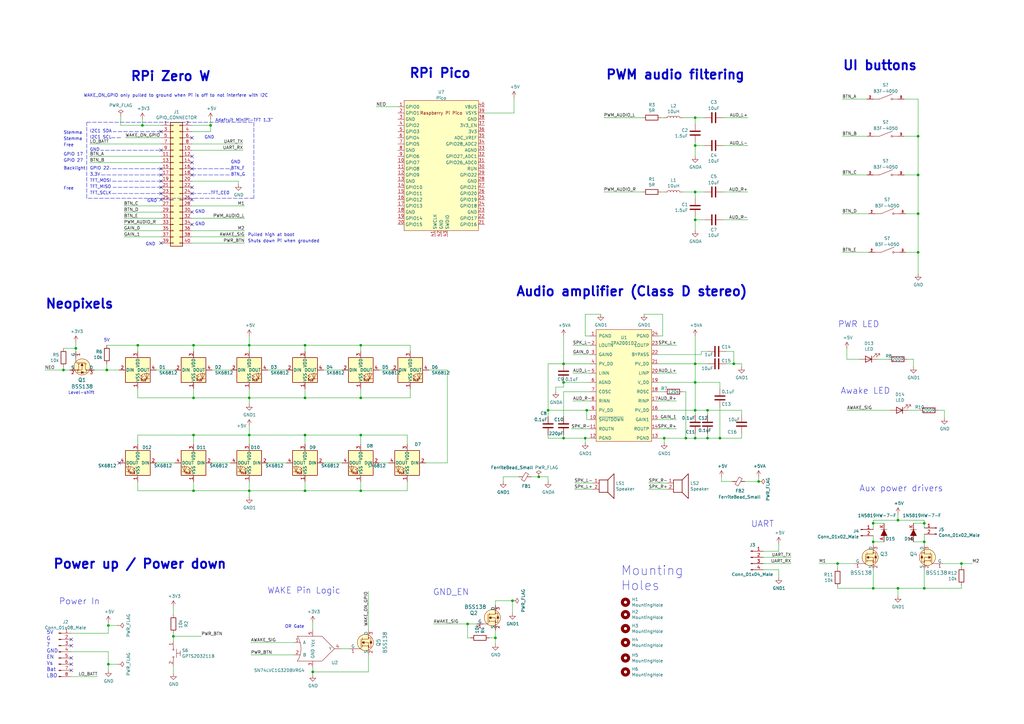
<source format=kicad_sch>
(kicad_sch (version 20211123) (generator eeschema)
  (paper "A3")
  (title_block (title "Raspberry Pi Zero (W) uHAT Template Board") (date "2019-02-28") (rev "1.0") (comment 1 "This Schematic is licensed under MIT Open Source License."))
  (junction (at 125.095 178.435))
  (junction (at 203.2 261.62))
  (junction (at 125.095 163.195))
  (junction (at 285.115 78.74))
  (junction (at 147.955 201.295))
  (junction (at 102.235 201.295))
  (junction (at 290.195 168.275))
  (junction (at 285.115 149.225))
  (junction (at 379.095 222.25))
  (junction (at 240.665 168.275))
  (junction (at 376.555 87.63))
  (junction (at 191.77 255.905))
  (junction (at 125.095 201.295))
  (junction (at 285.115 59.69))
  (junction (at 379.095 214.63))
  (junction (at 358.14 222.25))
  (junction (at 379.095 241.3))
  (junction (at 31.115 142.875))
  (junction (at 125.095 141.605))
  (junction (at 147.955 141.605))
  (junction (at 220.98 195.58))
  (junction (at 79.375 201.295))
  (junction (at 290.195 179.705))
  (junction (at 285.115 168.275))
  (junction (at 358.14 214.63))
  (junction (at 231.14 149.225))
  (junction (at 295.275 179.705))
  (junction (at 79.375 178.435))
  (junction (at 210.185 246.38))
  (junction (at 368.3 241.3))
  (junction (at 376.555 103.505))
  (junction (at 58.42 51.435))
  (junction (at 44.45 272.415))
  (junction (at 343.535 231.14))
  (junction (at 281.305 179.705))
  (junction (at 285.115 48.26))
  (junction (at 231.14 156.845))
  (junction (at 311.15 197.485))
  (junction (at 300.99 149.225))
  (junction (at 358.14 241.3))
  (junction (at 147.955 178.435))
  (junction (at 102.235 141.605))
  (junction (at 102.235 178.435))
  (junction (at 56.515 141.605))
  (junction (at 240.03 179.705))
  (junction (at 102.235 163.195))
  (junction (at 376.555 71.755))
  (junction (at 86.36 51.435))
  (junction (at 44.45 256.54))
  (junction (at 224.79 168.275))
  (junction (at 79.375 163.195))
  (junction (at 285.115 156.845))
  (junction (at 128.27 275.59))
  (junction (at 272.415 179.705))
  (junction (at 71.12 260.985))
  (junction (at 368.3 213.36))
  (junction (at 394.335 231.14))
  (junction (at 376.555 55.88))
  (junction (at 43.815 151.765))
  (junction (at 231.14 179.705))
  (junction (at 147.955 163.195))
  (junction (at 26.035 151.765))
  (junction (at 285.115 179.705))
  (junction (at 285.115 90.17))
  (junction (at 79.375 141.605))
  (no_connect (at 66.04 74.295))
  (no_connect (at 66.04 99.695))
  (no_connect (at 29.21 262.255))
  (no_connect (at 66.04 61.595))
  (no_connect (at 66.04 79.375))
  (no_connect (at 29.21 264.795))
  (no_connect (at 66.04 76.835))
  (no_connect (at 66.04 69.215))
  (no_connect (at 78.74 64.135))
  (no_connect (at 78.74 71.755))
  (no_connect (at 78.74 81.915))
  (no_connect (at -119.38 125.095))
  (no_connect (at 78.74 76.835))
  (no_connect (at 78.74 56.515))
  (no_connect (at 78.74 66.675))
  (no_connect (at 29.21 269.875))
  (no_connect (at 29.21 274.955))
  (no_connect (at 29.21 272.415))
  (no_connect (at 66.04 81.915))
  (no_connect (at 66.04 71.755))
  (no_connect (at 78.74 86.995))
  (no_connect (at 66.04 53.975))
  (no_connect (at 78.74 92.075))
  (no_connect (at 48.895 189.865))
  (no_connect (at 78.74 79.375))
  (no_connect (at 78.74 69.215))
  (wire (pts (xy 102.235 163.195) (xy 102.235 159.385)))
  (wire (pts (xy 79.375 178.435) (xy 79.375 182.245)))
  (wire (pts (xy 319.405 222.885) (xy 319.405 226.06)))
  (wire (pts (xy 66.04 84.455) (xy 50.8 84.455)))
  (wire (pts (xy 125.095 163.195) (xy 125.095 159.385)))
  (wire (pts (xy 281.305 160.655) (xy 281.305 179.705)))
  (wire (pts (xy 358.14 222.25) (xy 358.14 223.52)))
  (wire (pts (xy 376.555 71.755) (xy 376.555 87.63)))
  (wire (pts (xy 240.665 168.275) (xy 224.79 168.275)))
  (wire (pts (xy 50.8 94.615) (xy 66.04 94.615)))
  (wire (pts (xy 44.45 259.715) (xy 29.21 259.715)))
  (wire (pts (xy 210.82 40.005) (xy 210.82 46.355)))
  (wire (pts (xy 376.555 87.63) (xy 371.475 87.63)))
  (wire (pts (xy 285.115 137.795) (xy 285.115 149.225)))
  (wire (pts (xy 51.435 56.515) (xy 66.04 56.515)))
  (wire (pts (xy 285.115 90.17) (xy 285.115 88.9)))
  (wire (pts (xy 154.305 43.815) (xy 163.195 43.815)))
  (wire (pts (xy 231.14 160.655) (xy 231.14 170.815)))
  (wire (pts (xy 246.38 128.905) (xy 240.03 128.905)))
  (wire (pts (xy 78.74 59.055) (xy 99.695 59.055)))
  (wire (pts (xy 102.235 201.295) (xy 102.235 197.485)))
  (wire (pts (xy 224.79 149.225) (xy 231.14 149.225)))
  (wire (pts (xy 234.315 175.895) (xy 241.935 175.895)))
  (wire (pts (xy 335.915 231.14) (xy 343.535 231.14)))
  (wire (pts (xy 368.3 210.82) (xy 368.3 213.36)))
  (wire (pts (xy 234.95 145.415) (xy 241.935 145.415)))
  (wire (pts (xy 368.3 241.3) (xy 358.14 241.3)))
  (wire (pts (xy 264.16 128.905) (xy 271.78 128.905)))
  (wire (pts (xy 272.415 160.655) (xy 269.875 160.655)))
  (wire (pts (xy 203.2 261.62) (xy 203.2 264.16)))
  (wire (pts (xy 287.655 144.145) (xy 287.655 145.415)))
  (wire (pts (xy 376.555 87.63) (xy 376.555 103.505)))
  (wire (pts (xy 300.355 197.485) (xy 295.91 197.485)))
  (wire (pts (xy 78.74 53.975) (xy 86.36 53.975)))
  (wire (pts (xy 368.3 244.475) (xy 368.3 241.3)))
  (wire (pts (xy 247.65 48.26) (xy 263.525 48.26)))
  (polyline (pts (xy 78.74 79.375) (xy 86.36 79.375)))
  (wire (pts (xy 71.12 260.985) (xy 71.12 262.89)))
  (wire (pts (xy 78.74 99.695) (xy 100.33 99.695)))
  (wire (pts (xy 44.45 272.415) (xy 44.45 274.955)))
  (wire (pts (xy 300.99 149.225) (xy 300.99 144.145)))
  (wire (pts (xy 43.815 151.765) (xy 48.895 151.765)))
  (wire (pts (xy 58.42 51.435) (xy 66.04 51.435)))
  (wire (pts (xy 175.895 151.765) (xy 183.515 151.765)))
  (wire (pts (xy 147.955 163.195) (xy 147.955 159.385)))
  (wire (pts (xy 147.955 201.295) (xy 167.005 201.295)))
  (wire (pts (xy 203.2 258.445) (xy 203.2 261.62)))
  (wire (pts (xy 240.03 179.705) (xy 241.935 179.705)))
  (wire (pts (xy 100.33 97.155) (xy 78.74 97.155)))
  (wire (pts (xy 231.14 178.435) (xy 231.14 179.705)))
  (wire (pts (xy 290.195 179.705) (xy 290.195 177.8)))
  (polyline (pts (xy 78.74 69.215) (xy 94.615 69.215)))
  (wire (pts (xy 235.585 200.66) (xy 243.205 200.66)))
  (wire (pts (xy 345.44 103.505) (xy 356.235 103.505)))
  (wire (pts (xy 224.79 179.705) (xy 231.14 179.705)))
  (wire (pts (xy 285.115 59.69) (xy 285.115 58.42)))
  (wire (pts (xy 191.77 255.905) (xy 191.77 261.62)))
  (wire (pts (xy 50.8 86.995) (xy 66.04 86.995)))
  (wire (pts (xy 168.275 141.605) (xy 147.955 141.605)))
  (wire (pts (xy 56.515 163.195) (xy 79.375 163.195)))
  (wire (pts (xy 220.98 195.58) (xy 224.79 195.58)))
  (wire (pts (xy 231.14 149.225) (xy 241.935 149.225)))
  (wire (pts (xy 394.335 231.14) (xy 386.715 231.14)))
  (wire (pts (xy 198.755 46.355) (xy 210.82 46.355)))
  (wire (pts (xy 347.345 147.32) (xy 352.425 147.32)))
  (polyline (pts (xy 66.04 76.835) (xy 46.355 76.835)))
  (wire (pts (xy 168.275 144.145) (xy 168.275 141.605)))
  (wire (pts (xy 374.65 214.63) (xy 379.095 214.63)))
  (wire (pts (xy 224.79 195.58) (xy 224.79 197.485)))
  (wire (pts (xy 235.585 198.12) (xy 243.205 198.12)))
  (wire (pts (xy 66.04 92.075) (xy 50.8 92.075)))
  (wire (pts (xy 100.33 94.615) (xy 78.74 94.615)))
  (wire (pts (xy 71.12 259.715) (xy 71.12 260.985)))
  (wire (pts (xy 224.79 168.275) (xy 224.79 149.225)))
  (wire (pts (xy 398.78 231.14) (xy 394.335 231.14)))
  (wire (pts (xy 64.135 189.865) (xy 71.755 189.865)))
  (wire (pts (xy 379.095 213.36) (xy 379.095 214.63)))
  (wire (pts (xy 128.27 275.59) (xy 128.27 276.86)))
  (wire (pts (xy 43.815 149.225) (xy 43.815 151.765)))
  (wire (pts (xy 78.74 51.435) (xy 86.36 51.435)))
  (wire (pts (xy 155.575 151.765) (xy 160.655 151.765)))
  (polyline (pts (xy 66.04 74.295) (xy 45.72 74.295)))
  (wire (pts (xy 240.665 172.085) (xy 241.935 172.085)))
  (wire (pts (xy 56.515 178.435) (xy 56.515 182.245)))
  (wire (pts (xy 234.95 141.605) (xy 241.935 141.605)))
  (wire (pts (xy 240.665 168.275) (xy 240.665 172.085)))
  (wire (pts (xy 285.115 156.845) (xy 285.115 168.275)))
  (wire (pts (xy 210.185 246.38) (xy 203.2 246.38)))
  (wire (pts (xy 269.875 168.275) (xy 285.115 168.275)))
  (wire (pts (xy 368.3 213.36) (xy 358.14 213.36)))
  (wire (pts (xy 277.495 175.895) (xy 269.875 175.895)))
  (wire (pts (xy 295.275 179.705) (xy 290.195 179.705)))
  (wire (pts (xy 296.545 48.26) (xy 306.705 48.26)))
  (wire (pts (xy 290.195 168.275) (xy 290.195 170.18)))
  (wire (pts (xy 379.095 219.075) (xy 379.095 222.25)))
  (polyline (pts (xy 49.53 56.515) (xy 45.72 56.515)))
  (wire (pts (xy 143.51 266.065) (xy 139.7 266.065)))
  (wire (pts (xy 387.35 168.275) (xy 384.81 168.275)))
  (wire (pts (xy 64.135 151.765) (xy 71.755 151.765)))
  (wire (pts (xy 125.095 201.295) (xy 147.955 201.295)))
  (wire (pts (xy 71.12 260.985) (xy 82.55 260.985)))
  (wire (pts (xy 43.815 141.605) (xy 56.515 141.605)))
  (wire (pts (xy 44.45 255.27) (xy 44.45 256.54)))
  (wire (pts (xy 285.115 64.135) (xy 285.115 59.69)))
  (wire (pts (xy 281.305 179.705) (xy 285.115 179.705)))
  (wire (pts (xy 234.95 164.465) (xy 241.935 164.465)))
  (wire (pts (xy 125.095 178.435) (xy 125.095 182.245)))
  (wire (pts (xy 56.515 141.605) (xy 79.375 141.605)))
  (wire (pts (xy 269.875 149.225) (xy 285.115 149.225)))
  (wire (pts (xy 394.335 241.3) (xy 379.095 241.3)))
  (wire (pts (xy 102.235 165.735) (xy 102.235 163.195)))
  (wire (pts (xy 240.03 181.61) (xy 240.03 179.705)))
  (wire (pts (xy 151.13 242.57) (xy 151.13 258.445)))
  (wire (pts (xy 285.115 168.275) (xy 285.115 170.18)))
  (polyline (pts (xy 78.74 71.755) (xy 94.615 71.755)))
  (wire (pts (xy 305.435 197.485) (xy 311.15 197.485)))
  (wire (pts (xy 102.235 201.295) (xy 125.095 201.295)))
  (wire (pts (xy 345.44 71.755) (xy 355.6 71.755)))
  (wire (pts (xy 296.545 59.69) (xy 306.705 59.69)))
  (wire (pts (xy 376.555 103.505) (xy 371.475 103.505)))
  (wire (pts (xy 38.735 151.765) (xy 43.815 151.765)))
  (wire (pts (xy 288.925 48.26) (xy 285.115 48.26)))
  (wire (pts (xy 271.145 78.74) (xy 272.415 78.74)))
  (wire (pts (xy 26.035 151.765) (xy 28.575 151.765)))
  (wire (pts (xy 394.335 240.03) (xy 394.335 241.3)))
  (wire (pts (xy 285.115 94.615) (xy 285.115 90.17)))
  (wire (pts (xy 128.27 258.445) (xy 128.27 255.27)))
  (wire (pts (xy 66.04 66.675) (xy 36.83 66.675)))
  (wire (pts (xy 102.235 163.195) (xy 125.095 163.195)))
  (wire (pts (xy 280.035 48.26) (xy 285.115 48.26)))
  (wire (pts (xy 374.65 222.25) (xy 379.095 222.25)))
  (wire (pts (xy 347.345 142.875) (xy 347.345 147.32)))
  (wire (pts (xy 79.375 163.195) (xy 102.235 163.195)))
  (wire (pts (xy 191.77 255.905) (xy 195.58 255.905)))
  (wire (pts (xy 266.065 198.12) (xy 273.685 198.12)))
  (wire (pts (xy 343.535 233.045) (xy 343.535 231.14)))
  (wire (pts (xy 102.235 137.795) (xy 102.235 141.605)))
  (wire (pts (xy 379.095 214.63) (xy 379.095 216.535)))
  (wire (pts (xy 48.26 272.415) (xy 44.45 272.415)))
  (wire (pts (xy 147.955 201.295) (xy 147.955 197.485)))
  (wire (pts (xy 56.515 201.295) (xy 79.375 201.295)))
  (wire (pts (xy 183.515 189.865) (xy 174.625 189.865)))
  (wire (pts (xy 271.145 48.26) (xy 272.415 48.26)))
  (wire (pts (xy 288.925 78.74) (xy 285.115 78.74)))
  (wire (pts (xy 272.415 181.61) (xy 272.415 179.705)))
  (wire (pts (xy 313.055 233.68) (xy 319.405 233.68)))
  (wire (pts (xy 360.045 147.32) (xy 364.49 147.32)))
  (wire (pts (xy 304.165 150.495) (xy 304.165 149.225)))
  (wire (pts (xy 167.005 182.245) (xy 167.005 178.435)))
  (wire (pts (xy 379.095 233.68) (xy 379.095 241.3)))
  (wire (pts (xy 102.87 268.605) (xy 120.65 268.605)))
  (wire (pts (xy 277.495 172.085) (xy 269.875 172.085)))
  (wire (pts (xy 376.555 55.88) (xy 376.555 71.755)))
  (wire (pts (xy 125.095 178.435) (xy 147.955 178.435)))
  (wire (pts (xy 376.555 55.88) (xy 370.84 55.88)))
  (polyline (pts (xy 35.56 81.28) (xy 35.56 50.165)))
  (wire (pts (xy 285.115 179.705) (xy 290.195 179.705)))
  (polyline (pts (xy 65.405 61.595) (xy 41.275 61.595)))
  (wire (pts (xy 374.65 147.32) (xy 372.11 147.32)))
  (wire (pts (xy 224.79 170.815) (xy 224.79 168.275)))
  (wire (pts (xy 56.515 197.485) (xy 56.515 201.295)))
  (wire (pts (xy 86.995 189.865) (xy 94.615 189.865)))
  (wire (pts (xy 217.805 195.58) (xy 220.98 195.58)))
  (wire (pts (xy 79.375 178.435) (xy 102.235 178.435)))
  (wire (pts (xy 287.655 145.415) (xy 269.875 145.415)))
  (wire (pts (xy 183.515 151.765) (xy 183.515 189.865)))
  (wire (pts (xy 58.42 48.895) (xy 58.42 51.435)))
  (wire (pts (xy 227.965 158.75) (xy 231.14 158.75)))
  (wire (pts (xy 36.83 59.055) (xy 66.04 59.055)))
  (wire (pts (xy 167.005 178.435) (xy 147.955 178.435)))
  (wire (pts (xy 79.375 141.605) (xy 79.375 144.145)))
  (polyline (pts (xy 104.14 50.165) (xy 104.14 81.28)))
  (wire (pts (xy 44.45 267.335) (xy 44.45 272.415)))
  (wire (pts (xy 376.555 40.64) (xy 376.555 55.88)))
  (wire (pts (xy 324.485 231.14) (xy 313.055 231.14)))
  (wire (pts (xy 295.275 167.005) (xy 295.275 179.705)))
  (wire (pts (xy 56.515 144.145) (xy 56.515 141.605)))
  (wire (pts (xy 125.095 163.195) (xy 147.955 163.195)))
  (wire (pts (xy 78.74 89.535) (xy 100.33 89.535)))
  (wire (pts (xy 269.875 156.845) (xy 285.115 156.845)))
  (wire (pts (xy 159.385 189.865) (xy 155.575 189.865)))
  (wire (pts (xy 281.305 160.655) (xy 280.035 160.655)))
  (wire (pts (xy 206.375 197.485) (xy 206.375 195.58)))
  (wire (pts (xy 102.87 263.525) (xy 120.65 263.525)))
  (polyline (pts (xy 66.04 69.215) (xy 45.085 69.215)))
  (wire (pts (xy 224.79 178.435) (xy 224.79 179.705)))
  (wire (pts (xy 271.78 137.795) (xy 269.875 137.795)))
  (polyline (pts (xy 94.615 69.215) (xy 94.615 69.85)))
  (wire (pts (xy 362.585 222.25) (xy 358.14 222.25)))
  (wire (pts (xy 66.04 89.535) (xy 50.8 89.535)))
  (wire (pts (xy 50.8 97.155) (xy 66.04 97.155)))
  (wire (pts (xy 277.495 153.035) (xy 269.875 153.035)))
  (wire (pts (xy 231.14 179.705) (xy 240.03 179.705)))
  (wire (pts (xy 295.275 156.845) (xy 295.275 159.385)))
  (wire (pts (xy 319.405 226.06) (xy 313.055 226.06)))
  (wire (pts (xy 48.26 256.54) (xy 44.45 256.54)))
  (wire (pts (xy 86.995 151.765) (xy 94.615 151.765)))
  (wire (pts (xy 147.955 141.605) (xy 147.955 144.145)))
  (wire (pts (xy 345.44 40.64) (xy 355.6 40.64)))
  (wire (pts (xy 206.375 195.58) (xy 212.725 195.58)))
  (wire (pts (xy 272.415 179.705) (xy 269.875 179.705)))
  (wire (pts (xy 277.495 164.465) (xy 269.875 164.465)))
  (wire (pts (xy 343.535 240.665) (xy 343.535 241.3)))
  (wire (pts (xy 290.195 149.225) (xy 285.115 149.225)))
  (wire (pts (xy 285.115 177.8) (xy 285.115 179.705)))
  (wire (pts (xy 304.165 168.275) (xy 304.165 170.18)))
  (wire (pts (xy 304.165 179.705) (xy 295.275 179.705)))
  (wire (pts (xy 44.45 256.54) (xy 44.45 259.715)))
  (wire (pts (xy 100.33 84.455) (xy 78.74 84.455)))
  (wire (pts (xy 379.095 222.25) (xy 379.095 223.52)))
  (wire (pts (xy 241.935 160.655) (xy 231.14 160.655)))
  (wire (pts (xy 231.14 158.75) (xy 231.14 156.845)))
  (wire (pts (xy 26.035 142.875) (xy 31.115 142.875)))
  (wire (pts (xy 358.14 214.63) (xy 358.14 217.17)))
  (wire (pts (xy 345.44 55.88) (xy 355.6 55.88)))
  (wire (pts (xy 241.935 168.275) (xy 240.665 168.275)))
  (wire (pts (xy 376.555 103.505) (xy 376.555 112.395)))
  (wire (pts (xy 168.275 163.195) (xy 168.275 159.385)))
  (wire (pts (xy 272.415 179.705) (xy 281.305 179.705)))
  (wire (pts (xy 376.555 40.64) (xy 370.84 40.64)))
  (polyline (pts (xy 66.04 53.975) (xy 46.355 53.975)))
  (wire (pts (xy 18.415 151.765) (xy 26.035 151.765)))
  (wire (pts (xy 288.925 59.69) (xy 285.115 59.69)))
  (wire (pts (xy 203.2 246.38) (xy 203.2 248.285)))
  (wire (pts (xy 394.335 232.41) (xy 394.335 231.14)))
  (wire (pts (xy 79.375 201.295) (xy 102.235 201.295)))
  (wire (pts (xy 290.195 144.145) (xy 287.655 144.145)))
  (wire (pts (xy 49.53 47.625) (xy 49.53 51.435)))
  (wire (pts (xy 285.115 48.26) (xy 285.115 50.8)))
  (wire (pts (xy 31.115 142.875) (xy 31.115 144.145)))
  (wire (pts (xy 109.855 151.765) (xy 117.475 151.765)))
  (wire (pts (xy 40.005 277.495) (xy 29.21 277.495)))
  (wire (pts (xy 56.515 178.435) (xy 79.375 178.435)))
  (wire (pts (xy 79.375 201.295) (xy 79.375 197.485)))
  (wire (pts (xy 31.115 140.335) (xy 31.115 142.875)))
  (wire (pts (xy 304.165 177.8) (xy 304.165 179.705)))
  (wire (pts (xy 296.545 90.17) (xy 306.705 90.17)))
  (wire (pts (xy 231.14 137.795) (xy 231.14 149.225)))
  (wire (pts (xy 102.235 141.605) (xy 102.235 144.145)))
  (wire (pts (xy 36.83 64.135) (xy 66.04 64.135)))
  (wire (pts (xy 300.99 144.145) (xy 297.815 144.145)))
  (wire (pts (xy 151.13 268.605) (xy 151.13 275.59)))
  (wire (pts (xy 280.035 78.74) (xy 285.115 78.74)))
  (wire (pts (xy 227.965 160.655) (xy 227.965 158.75)))
  (wire (pts (xy 102.235 141.605) (xy 125.095 141.605)))
  (wire (pts (xy 296.545 78.74) (xy 306.705 78.74)))
  (wire (pts (xy 358.14 219.71) (xy 358.14 222.25)))
  (polyline (pts (xy 104.14 81.28) (xy 35.56 81.28)))
  (polyline (pts (xy 66.04 71.755) (xy 41.275 71.755)))
  (wire (pts (xy 78.74 74.295) (xy 97.79 74.295)))
  (wire (pts (xy 285.115 78.74) (xy 285.115 81.28)))
  (wire (pts (xy 78.74 61.595) (xy 99.695 61.595)))
  (wire (pts (xy 203.2 261.62) (xy 200.66 261.62)))
  (wire (pts (xy 140.335 189.865) (xy 132.715 189.865)))
  (wire (pts (xy 358.14 241.3) (xy 358.14 233.68)))
  (wire (pts (xy 49.53 51.435) (xy 58.42 51.435)))
  (wire (pts (xy 117.475 189.865) (xy 109.855 189.865)))
  (wire (pts (xy 26.035 150.495) (xy 26.035 151.765)))
  (wire (pts (xy 147.955 163.195) (xy 168.275 163.195)))
  (wire (pts (xy 347.345 168.275) (xy 365.125 168.275)))
  (wire (pts (xy 285.115 168.275) (xy 290.195 168.275)))
  (wire (pts (xy 247.65 78.74) (xy 263.525 78.74)))
  (wire (pts (xy 79.375 141.605) (xy 102.235 141.605)))
  (wire (pts (xy 71.12 276.225) (xy 71.12 273.05)))
  (wire (pts (xy 290.195 168.275) (xy 304.165 168.275)))
  (wire (pts (xy 79.375 163.195) (xy 79.375 159.385)))
  (wire (pts (xy 343.535 241.3) (xy 358.14 241.3)))
  (wire (pts (xy 147.955 178.435) (xy 147.955 182.245)))
  (wire (pts (xy 362.585 214.63) (xy 358.14 214.63)))
  (wire (pts (xy 86.36 48.895) (xy 86.36 51.435)))
  (wire (pts (xy 372.745 168.275) (xy 377.19 168.275)))
  (wire (pts (xy 277.495 141.605) (xy 269.875 141.605)))
  (wire (pts (xy 285.115 156.845) (xy 285.115 149.225)))
  (wire (pts (xy 374.65 147.32) (xy 374.65 150.495)))
  (polyline (pts (xy 35.56 50.165) (xy 104.14 50.165)))
  (wire (pts (xy 295.91 197.485) (xy 295.91 195.58)))
  (wire (pts (xy 240.03 137.795) (xy 241.935 137.795)))
  (wire (pts (xy 266.065 200.66) (xy 273.685 200.66)))
  (wire (pts (xy 345.44 87.63) (xy 356.235 87.63)))
  (wire (pts (xy 151.13 275.59) (xy 128.27 275.59)))
  (wire (pts (xy 167.005 201.295) (xy 167.005 197.485)))
  (wire (pts (xy 358.14 213.36) (xy 358.14 214.63)))
  (wire (pts (xy 311.15 197.485) (xy 311.15 195.58)))
  (wire (pts (xy 300.99 149.225) (xy 297.815 149.225)))
  (wire (pts (xy 379.095 241.3) (xy 368.3 241.3)))
  (wire (pts (xy 177.8 255.905) (xy 191.77 255.905)))
  (wire (pts (xy 128.27 273.685) (xy 128.27 275.59)))
  (wire (pts (xy 132.715 151.765) (xy 140.335 151.765)))
  (wire (pts (xy 102.235 203.835) (xy 102.235 201.295)))
  (polyline (pts (xy 66.04 79.375) (xy 45.72 79.375)))
  (wire (pts (xy 387.35 168.275) (xy 387.35 171.45)))
  (wire (pts (xy 376.555 71.755) (xy 370.84 71.755)))
  (wire (pts (xy 319.405 233.68) (xy 319.405 236.855)))
  (wire (pts (xy 193.04 261.62) (xy 191.77 261.62)))
  (wire (pts (xy 240.03 128.905) (xy 240.03 137.795)))
  (wire (pts (xy 44.45 267.335) (xy 29.21 267.335)))
  (wire (pts (xy 56.515 159.385) (xy 56.515 163.195)))
  (wire (pts (xy 97.79 74.295) (xy 97.79 75.565)))
  (wire (pts (xy 86.36 53.975) (xy 86.36 51.435)))
  (wire (pts (xy 271.78 128.905) (xy 271.78 137.795)))
  (wire (pts (xy 234.95 153.035) (xy 241.935 153.035)))
  (wire (pts (xy 102.235 178.435) (xy 102.235 182.245)))
  (wire (pts (xy 324.485 228.6) (xy 313.055 228.6)))
  (wire (pts (xy 102.235 178.435) (xy 125.095 178.435)))
  (wire (pts (xy 304.165 149.225) (xy 300.99 149.225)))
  (wire (pts (xy 241.935 156.845) (xy 231.14 156.845)))
  (wire (pts (xy 343.535 231.14) (xy 350.52 231.14)))
  (wire (pts (xy 125.095 201.295) (xy 125.095 197.485)))
  (wire (pts (xy 125.095 141.605) (xy 147.955 141.605)))
  (wire (pts (xy 368.3 213.36) (xy 379.095 213.36)))
  (wire (pts (xy 71.12 248.92) (xy 71.12 252.095)))
  (wire (pts (xy 102.235 174.625) (xy 102.235 178.435)))
  (wire (pts (xy 210.185 251.46) (xy 210.185 246.38)))
  (wire (pts (xy 288.925 90.17) (xy 285.115 90.17)))
  (wire (pts (xy 285.115 156.845) (xy 295.275 156.845)))
  (wire (pts (xy 125.095 141.605) (xy 125.095 144.145)))
  (text "5V" (at 19.05 260.35 0) (effects (font (size 1.4986 1.4986)) (justify left bottom)))
  (text "WAKE_ON_GPIO only pulled to ground when Pi is off to not interfere with I2C" (at 34.29 40.005 0) (effects (font (size 1.27 1.27)) (justify left bottom)))
  (text "Free" (at 26.035 78.105 0) (effects (font (size 1.27 1.27)) (justify left bottom)))
  (text "Power up / Power down" (at 21.59 233.68 0) (effects (font (size 3.81 3.81) (thickness 0.762) bold) (justify left bottom)))
  (text "UART" (at 317.5 216.535 180) (effects (font (size 2.54 2.54)) (justify right bottom)))
  (text "?" (at 19.05 265.43 0) (effects (font (size 1.4986 1.4986)) (justify left bottom)))
  (text "3.3V" (at 36.83 72.39 0) (effects (font (size 1.27 1.27)) (justify left bottom)))
  (text "G" (at 19.05 262.89 0) (effects (font (size 1.4986 1.4986)) (justify left bottom)))
  (text "OR Gate" (at 116.84 257.81 0) (effects (font (size 1.27 1.27)) (justify left bottom)))
  (text "I2C1 SDA" (at 36.83 54.61 0) (effects (font (size 1.27 1.27)) (justify left bottom)))
  (text "GND" (at 94.615 67.31 0) (effects (font (size 1.27 1.27)) (justify left bottom)))
  (text "Awake LED" (at 365.125 161.925 180) (effects (font (size 2.54 2.54)) (justify right bottom)))
  (text "Free" (at 26.035 60.325 0) (effects (font (size 1.27 1.27)) (justify left bottom)))
  (text "UI buttons" (at 345.44 29.21 0) (effects (font (size 3.81 3.81) (thickness 0.762) bold) (justify left bottom)))
  (text "Audio amplifier (Class D stereo)" (at 211.455 121.92 0) (effects (font (size 3.81 3.81) (thickness 0.762) bold) (justify left bottom)))
  (text "LBO" (at 19.05 278.13 0) (effects (font (size 1.4986 1.4986)) (justify left bottom)))
  (text "TFT_CE0" (at 86.36 80.01 0) (effects (font (size 1.27 1.27)) (justify left bottom)))
  (text "Pulled high at boot" (at 101.6 97.155 0) (effects (font (size 1.27 1.27)) (justify left bottom)))
  (text "Shuts down Pi when grounded" (at 101.6 99.695 0) (effects (font (size 1.27 1.27)) (justify left bottom)))
  (text "Power In" (at 24.13 248.285 0) (effects (font (size 2.54 2.54)) (justify left bottom)))
  (text "Vs" (at 19.05 273.05 0) (effects (font (size 1.4986 1.4986)) (justify left bottom)))
  (text "Stemma" (at 26.035 55.245 0) (effects (font (size 1.27 1.27)) (justify left bottom)))
  (text "GND" (at 59.69 100.965 0) (effects (font (size 1.27 1.27)) (justify left bottom)))
  (text "RPi Pico" (at 167.64 32.385 0) (effects (font (size 3.81 3.81) (thickness 0.762) bold) (justify left bottom)))
  (text "BTN_G" (at 94.615 72.39 0) (effects (font (size 1.27 1.27)) (justify left bottom)))
  (text "TFT_MISO" (at 36.83 77.47 0) (effects (font (size 1.27 1.27)) (justify left bottom)))
  (text "I2C1 SCL" (at 36.83 57.15 0) (effects (font (size 1.27 1.27)) (justify left bottom)))
  (text "Backlight" (at 26.035 69.85 0) (effects (font (size 1.27 1.27)) (justify left bottom)))
  (text "EN" (at 19.05 270.51 0) (effects (font (size 1.4986 1.4986)) (justify left bottom)))
  (text "GND" (at 83.82 57.15 0) (effects (font (size 1.27 1.27)) (justify left bottom)))
  (text "Power / grounding strategy: \n- GND1 is disconnected when Pi turns off, to save power\n- Pi is powered off via GPIO21 (pin 40). PWR_BTN connects directly to this\n- Pi wakes up via grounding of GPIO3 (pin 5)\n- GPIO3 is protected from being pulled down when Pi is on by OR\n- GNDA is connected to GND1 via single point" (at 167.005 332.74 0) (effects (font (size 2.54 2.54)) (justify left bottom)))
  (text "GND_EN" (at 192.405 244.475 180) (effects (font (size 2.54 2.54)) (justify right bottom)))
  (text "5V" (at 42.545 140.335 0) (effects (font (size 1.27 1.27)) (justify left bottom)))
  (text "PWM audio filtering\n" (at 248.285 33.02 0) (effects (font (size 3.81 3.81) (thickness 0.762) bold) (justify left bottom)))
  (text "GND" (at 60.325 83.185 0) (effects (font (size 1.27 1.27)) (justify left bottom)))
  (text "Bat" (at 19.05 275.59 0) (effects (font (size 1.4986 1.4986)) (justify left bottom)))
  (text "GND" (at 80.01 92.71 0) (effects (font (size 1.27 1.27)) (justify left bottom)))
  (text "TFT_MOSI" (at 36.83 74.93 0) (effects (font (size 1.27 1.27)) (justify left bottom)))
  (text "PWR LED" (at 360.68 134.62 180) (effects (font (size 2.54 2.54)) (justify right bottom)))
  (text "Neopixels" (at 18.415 127 0) (effects (font (size 3.81 3.81) (thickness 0.762) bold) (justify left bottom)))
  (text "Ideas for programs:\n- Music player (tracks in file?)\n- Story player (tracks in file?)\n- Rainbow maker (Kid controls RGB LEDs manually. state is saved)\n- Memory game (like simon says game)\n- Quiz questions (from parental input)\n- Calendar\n- Weather\n- Python video games w/ buttons\n- Motor driver output\n- Programmable current source for science experiments" (at 9.525 351.79 0) (effects (font (size 2.4892 2.4892)) (justify left bottom)))
  (text "BTN_F" (at 94.615 69.85 0) (effects (font (size 1.27 1.27)) (justify left bottom)))
  (text "GND" (at 80.01 87.63 0) (effects (font (size 1.27 1.27)) (justify left bottom)))
  (text "RPi Zero W" (at 53.34 33.655 0) (effects (font (size 3.81 3.81) (thickness 0.762) bold) (justify left bottom)))
  (text "GPIO 27" (at 26.035 66.675 0) (effects (font (size 1.27 1.27)) (justify left bottom)))
  (text "TFT_SCLK" (at 36.83 80.01 0) (effects (font (size 1.27 1.27)) (justify left bottom)))
  (text "GPIO 22" (at 36.83 69.85 0) (effects (font (size 1.27 1.27)) (justify left bottom)))
  (text "Aux power drivers" (at 352.425 201.93 0) (effects (font (size 2.54 2.54)) (justify left bottom)))
  (text "GND" (at 19.05 267.97 0) (effects (font (size 1.4986 1.4986)) (justify left bottom)))
  (text "Mounting\nHoles" (at 254.635 242.57 0) (effects (font (size 3.81 3.81)) (justify left bottom)))
  (text "Stemma" (at 26.035 57.785 0) (effects (font (size 1.27 1.27)) (justify left bottom)))
  (text "WAKE Pin Logic" (at 139.7 243.84 180) (effects (font (size 2.54 2.54)) (justify right bottom)))
  (text "GND" (at 36.83 62.23 0) (effects (font (size 1.27 1.27)) (justify left bottom)))
  (text "Level-shift" (at 27.94 161.925 0) (effects (font (size 1.27 1.27)) (justify left bottom)))
  (text "Adafruit MiniPi-TFT 1.3”" (at 88.265 50.165 0) (effects (font (size 1.27 1.27)) (justify left bottom)))
  (text "GPIO 17" (at 26.035 64.135 0) (effects (font (size 1.27 1.27)) (justify left bottom)))
  (label "AUD_R+" (at 277.495 164.465 180))
  (label "M1" (at 335.915 231.14 0))
  (label "M2" (at 398.78 231.14 0))
  (label "M2" (at 100.33 94.615 180))
  (label "UART_RX" (at 324.485 231.14 180))
  (label "UART_TX" (at 99.695 59.055 180))
  (label "BTN_C" (at 345.44 71.755 0))
  (label "LO_BATT" (at 36.83 59.055 0))
  (label "BTN_B" (at 36.83 66.675 0))
  (label "SPK_R+" (at 266.065 200.66 0))
  (label "NEO" (at 18.415 151.765 0))
  (label "GAIN_1" (at 277.495 172.085 180))
  (label "LO_BATT" (at 40.005 277.495 180))
  (label "BTN_C" (at 50.8 84.455 0))
  (label "BTN_A" (at 36.83 64.135 0))
  (label "BTN_D" (at 50.8 86.995 0))
  (label "AUD_L+" (at 306.705 48.26 180))
  (label "AUD_L-" (at 234.95 153.035 0))
  (label "SPK_L-" (at 235.585 198.12 0))
  (label "M1" (at 100.33 84.455 180))
  (label "SPK_L+" (at 235.585 200.66 0))
  (label "AWAKE_SIG" (at 177.8 255.905 0))
  (label "BTN_E" (at 345.44 103.505 0))
  (label "AUD_L+" (at 277.495 153.035 180))
  (label "AUD_R+" (at 306.705 78.74 180))
  (label "PWR_BTN" (at 102.87 268.605 0))
  (label "SPK_L-" (at 234.95 141.605 0))
  (label "GAIN_0" (at 234.95 145.415 0))
  (label "BTN_B" (at 345.44 55.88 0))
  (label "BTN_D" (at 345.44 87.63 0))
  (label "AUD_R-" (at 306.705 90.17 180))
  (label "AUD_R-" (at 234.95 164.465 0))
  (label "AUD_L-" (at 306.705 59.69 180))
  (label "BTN_E" (at 50.8 89.535 0))
  (label "SPK_L+" (at 277.495 141.605 180))
  (label "PWM_AUDIO_L" (at 100.33 89.535 180))
  (label "PWM_AUDIO_L" (at 247.65 48.26 0))
  (label "PWR_BTN" (at 100.33 99.695 180))
  (label "UART_TX" (at 324.485 228.6 180))
  (label "BTN_A" (at 345.44 40.64 0))
  (label "NEO" (at 154.305 43.815 0))
  (label "AWAKE_SIG" (at 347.345 168.275 0))
  (label "PWM_AUDIO_R" (at 50.8 92.075 0))
  (label "WAKE_ON_GPIO" (at 151.13 242.57 270))
  (label "SPK_R+" (at 277.495 175.895 180))
  (label "UART_RX" (at 99.695 61.595 180))
  (label "SPK_R-" (at 266.065 198.12 0))
  (label "PWM_AUDIO_R" (at 247.65 78.74 0))
  (label "GAIN_1" (at 50.8 97.155 0))
  (label "AWAKE_SIG" (at 102.87 263.525 0))
  (label "WAKE_ON_GPIO" (at 51.435 56.515 0))
  (label "PWR_BTN" (at 82.55 260.985 0))
  (label "AWAKE_SIG" (at 100.33 97.155 180))
  (label "GAIN_0" (at 50.8 94.615 0))
  (label "SPK_R-" (at 234.315 175.895 0))
  (symbol (lib_id "RainbowPlay-rescue:Conn_02x20_Odd_Even-Connector_Generic") (at 71.12 74.295 0) (unit 1)
    (property "Reference" "J1" (at 72.39 45.9232 0))
    (property "Value" "GPIO_CONNECTOR" (at 72.39 48.2346 0))
    (property "Footprint" "Connector_PinSocket_2.54mm:PinSocket_2x20_P2.54mm_Vertical" (effects hide))
  )
  (symbol (lib_id "RainbowPlay-rescue:+3.3V-power") (at 58.42 48.895 0) (unit 1)
    (property "Reference" "#PWR01" (effects hide))
    (property "Value" "+3.3V" (at 58.801 44.5008 0))
  )
  (symbol (lib_id "RainbowPlay-rescue:PWR_FLAG-power") (at 49.53 47.625 0) (unit 1)
    (property "Reference" "#FLG01" (effects hide))
    (property "Value" "PWR_FLAG" (at 49.53 43.2054 0))
  )
  (symbol (lib_id "RainbowPlay-rescue:MountingHole-Mechanical") (at 256.54 247.015 0) (unit 1)
    (property "Reference" "H1" (at 259.08 245.8466 0) (effects (justify left)))
    (property "Value" "MountingHole" (at 259.08 248.158 0) (effects (justify left)))
    (property "Footprint" "MountingHole:MountingHole_2.7mm" (effects hide))
  )
  (symbol (lib_id "RainbowPlay-rescue:MountingHole-Mechanical") (at 256.54 252.095 0) (unit 1)
    (property "Reference" "H2" (at 259.08 250.9266 0) (effects (justify left)))
    (property "Value" "MountingHole" (at 259.08 253.238 0) (effects (justify left)))
    (property "Footprint" "MountingHole:MountingHole_2.7mm" (effects hide))
  )
  (symbol (lib_id "RainbowPlay-rescue:MountingHole-Mechanical") (at 256.54 257.81 0) (unit 1)
    (property "Reference" "H3" (at 259.08 256.6416 0) (effects (justify left)))
    (property "Value" "MountingHole" (at 259.08 258.953 0) (effects (justify left)))
    (property "Footprint" "MountingHole:MountingHole_2.7mm" (effects hide))
  )
  (symbol (lib_id "RainbowPlay-rescue:MountingHole-Mechanical") (at 256.54 263.525 0) (unit 1)
    (property "Reference" "H4" (at 259.08 262.3566 0) (effects (justify left)))
    (property "Value" "MountingHole" (at 259.08 264.668 0) (effects (justify left)))
    (property "Footprint" "MountingHole:MountingHole_2.7mm" (effects hide))
  )
  (symbol (lib_id "RainbowPlay-rescue:PWR_FLAG-power") (at 48.26 256.54 270) (unit 1)
    (property "Reference" "#FLG03" (effects hide))
    (property "Value" "PWR_FLAG" (at 52.6796 256.54 0))
  )
  (symbol (lib_id "RainbowPlay-rescue:PWR_FLAG-power") (at 48.26 272.415 270) (unit 1)
    (property "Reference" "#FLG04" (effects hide))
    (property "Value" "PWR_FLAG" (at 52.6796 272.415 0))
  )
  (symbol (lib_id "Device:C") (at 292.735 90.17 270) (unit 1)
    (property "Reference" "C7" (at 292.735 94.234 90))
    (property "Value" "10uF" (at 292.735 96.5454 90))
    (property "Footprint" "Capacitor_SMD:C_0603_1608Metric" (effects hide))
  )
  (symbol (lib_id "Device:R") (at 267.335 78.74 270) (unit 1)
    (property "Reference" "R1" (at 267.335 73.4822 90))
    (property "Value" "5R" (at 267.335 75.7936 90))
    (property "Footprint" "Resistor_SMD:R_0603_1608Metric" (effects hide))
  )
  (symbol (lib_id "Device:C") (at 285.115 85.09 0) (unit 1)
    (property "Reference" "C1" (at 282.2194 83.9216 0) (effects (justify right)))
    (property "Value" "1.5uF" (at 282.2194 86.233 0) (effects (justify right)))
    (property "Footprint" "Capacitor_SMD:C_0603_1608Metric" (effects hide))
  )
  (symbol (lib_id "power:+5V") (at 86.36 48.895 0) (unit 1)
    (property "Reference" "#PWR04" (effects hide))
    (property "Value" "+5V" (at 86.741 44.5008 0))
  )
  (symbol (lib_id "RainbowPlay:TPA2001D2") (at 255.905 158.115 0) (unit 1)
    (property "Reference" "U1" (at 255.905 138.43 0))
    (property "Value" "TPA2001D2" (at 255.905 140.7414 0))
    (property "Footprint" "Package_SO:HTSSOP-24-1EP_4.4x7.8mm_P0.65mm_EP3.2x5mm" (effects hide))
    (property "Datasheet" "https://www.ti.com/lit/ds/symlink/tpa2001d2.pdf?HQS=dis-dk-null-digikeymode-dsf-pf-null-wwe&ts=1626665696615&ref_url=https%253A%252F%252Fwww.ti.com%252Fgeneral%252Fdocs%252Fsuppproductinfo.tsp%253FdistId%253D10%2526gotoUrl%253Dhttps%253A%252F%252Fwww.ti.com%252Flit%252Fgpn%252Ftpa2001d2" (effects hide))
    (property "Price" "2.31" (effects hide))
    (property "Vendor" "Digikay" (effects hide))
  )
  (symbol (lib_id "Device:L") (at 276.225 78.74 90) (unit 1)
    (property "Reference" "L1" (at 276.225 73.914 90))
    (property "Value" "10uH" (at 276.225 76.2254 90))
    (property "Footprint" "Inductor_SMD:L_0603_1608Metric" (effects hide))
    (property "Part number" "ASMCI-0603-100M-T\r" (effects hide))
    (property "Vendor" "Digikey" (effects hide))
    (property "Price" "$0.22\r" (effects hide))
  )
  (symbol (lib_id "Device:Speaker") (at 248.285 198.12 0) (unit 1)
    (property "Reference" "LS1" (at 252.603 198.2216 0) (effects (justify left)))
    (property "Value" "Speaker" (at 252.603 200.533 0) (effects (justify left)))
    (property "Footprint" "Connector_PinHeader_2.54mm:PinHeader_1x02_P2.54mm_Vertical" (effects hide))
  )
  (symbol (lib_id "Device:Speaker") (at 278.765 198.12 0) (unit 1)
    (property "Reference" "LS2" (at 283.083 198.2216 0) (effects (justify left)))
    (property "Value" "Speaker" (at 283.083 200.533 0) (effects (justify left)))
    (property "Footprint" "Connector_PinHeader_2.54mm:PinHeader_1x02_P2.54mm_Vertical" (effects hide))
  )
  (symbol (lib_id "power:+5V") (at 44.45 255.27 0) (unit 1)
    (property "Reference" "#PWR0108" (effects hide))
    (property "Value" "+5V" (at 44.831 250.8758 0))
  )
  (symbol (lib_id "power:GND") (at 44.45 274.955 0) (unit 1)
    (property "Reference" "#PWR0109" (effects hide))
    (property "Value" "GND" (at 44.577 279.3492 0))
  )
  (symbol (lib_id "LED:SK6812") (at 56.515 151.765 0) (unit 1)
    (property "Reference" "D1" (at 65.2526 150.5966 0) (effects (justify left)))
    (property "Value" "SK6812" (at 65.2526 152.908 0) (effects (justify left)))
    (property "Footprint" "LED_SMD:LED_SK6812_PLCC4_5.0x5.0mm_P3.2mm" (effects hide))
    (property "Datasheet" "https://cdn-shop.adafruit.com/product-files/1138/SK6812+LED+datasheet+.pdf" (effects hide))
  )
  (symbol (lib_id "LED:SK6812") (at 79.375 151.765 0) (unit 1)
    (property "Reference" "D2" (at 88.1126 150.5966 0) (effects (justify left)))
    (property "Value" "SK6812" (at 88.1126 152.908 0) (effects (justify left)))
    (property "Footprint" "LED_SMD:LED_SK6812_PLCC4_5.0x5.0mm_P3.2mm" (effects hide))
    (property "Datasheet" "https://cdn-shop.adafruit.com/product-files/1138/SK6812+LED+datasheet+.pdf" (effects hide))
  )
  (symbol (lib_id "LED:SK6812") (at 102.235 151.765 0) (unit 1)
    (property "Reference" "D3" (at 110.9726 150.5966 0) (effects (justify left)))
    (property "Value" "SK6812" (at 110.9726 152.908 0) (effects (justify left)))
    (property "Footprint" "LED_SMD:LED_SK6812_PLCC4_5.0x5.0mm_P3.2mm" (effects hide))
    (property "Datasheet" "https://cdn-shop.adafruit.com/product-files/1138/SK6812+LED+datasheet+.pdf" (effects hide))
  )
  (symbol (lib_id "LED:SK6812") (at 125.095 151.765 0) (unit 1)
    (property "Reference" "D4" (at 133.8326 150.5966 0) (effects (justify left)))
    (property "Value" "SK6812" (at 133.8326 152.908 0) (effects (justify left)))
    (property "Footprint" "LED_SMD:LED_SK6812_PLCC4_5.0x5.0mm_P3.2mm" (effects hide))
    (property "Datasheet" "https://cdn-shop.adafruit.com/product-files/1138/SK6812+LED+datasheet+.pdf" (effects hide))
  )
  (symbol (lib_id "LED:SK6812") (at 147.955 151.765 0) (unit 1)
    (property "Reference" "D5" (at 156.6926 150.5966 0) (effects (justify left)))
    (property "Value" "SK6812" (at 156.6926 152.908 0) (effects (justify left)))
    (property "Footprint" "LED_SMD:LED_SK6812_PLCC4_5.0x5.0mm_P3.2mm" (effects hide))
    (property "Datasheet" "https://cdn-shop.adafruit.com/product-files/1138/SK6812+LED+datasheet+.pdf" (effects hide))
  )
  (symbol (lib_id "power:+5V") (at 102.235 137.795 0) (unit 1)
    (property "Reference" "#PWR0111" (effects hide))
    (property "Value" "+5V" (at 102.616 133.4008 0))
  )
  (symbol (lib_id "dk_Transistors-FETs-MOSFETs-Single:BSS138") (at 33.655 151.765 270) (unit 1)
    (property "Reference" "Q1" (at 33.655 155.8544 90) (effects (font (size 1.524 1.524))))
    (property "Value" "BSS138" (at 33.655 158.5468 90) (effects (font (size 1.524 1.524))))
    (property "Footprint" "digikey-footprints:SOT-23-3" (effects hide))
    (property "Datasheet" "https://www.onsemi.com/pub/Collateral/BSS138-D.PDF" (effects hide))
    (property "Digi-Key_PN" "BSS138CT-ND" (effects hide))
    (property "MPN" "BSS138" (effects hide))
    (property "Category" "Discrete Semiconductor Products" (effects hide))
    (property "Family" "Transistors - FETs, MOSFETs - Single" (effects hide))
    (property "DK_Datasheet_Link" "https://www.onsemi.com/pub/Collateral/BSS138-D.PDF" (effects hide))
    (property "DK_Detail_Page" "/product-detail/en/on-semiconductor/BSS138/BSS138CT-ND/244294" (effects hide))
    (property "Description" "MOSFET N-CH 50V 220MA SOT-23" (effects hide))
    (property "Manufacturer" "ON Semiconductor" (effects hide))
    (property "Status" "Active" (effects hide))
  )
  (symbol (lib_id "Device:R") (at 43.815 145.415 180) (unit 1)
    (property "Reference" "R6" (at 42.037 144.2466 0) (effects (justify left)))
    (property "Value" "10k" (at 42.037 146.558 0) (effects (justify left)))
    (property "Footprint" "Resistor_SMD:R_0603_1608Metric" (effects hide))
  )
  (symbol (lib_id "RainbowPlay-rescue:+3.3V-power") (at 31.115 140.335 0) (unit 1)
    (property "Reference" "#PWR0112" (effects hide))
    (property "Value" "+3.3V" (at 31.496 135.9408 0))
  )
  (symbol (lib_id "Device:R") (at 26.035 146.685 180) (unit 1)
    (property "Reference" "R5" (at 24.257 145.5166 0) (effects (justify left)))
    (property "Value" "10k" (at 24.257 147.828 0) (effects (justify left)))
    (property "Footprint" "Resistor_SMD:R_0603_1608Metric" (effects hide))
  )
  (symbol (lib_id "LED:SK6812") (at 56.515 189.865 0) (mirror y) (unit 1)
    (property "Reference" "D12" (at 62.23 183.515 0) (effects (justify left)))
    (property "Value" "SK6812" (at 47.7774 191.008 0) (effects (justify left)))
    (property "Footprint" "LED_SMD:LED_SK6812_PLCC4_5.0x5.0mm_P3.2mm" (effects hide))
    (property "Datasheet" "https://cdn-shop.adafruit.com/product-files/1138/SK6812+LED+datasheet+.pdf" (effects hide))
  )
  (symbol (lib_id "LED:SK6812") (at 79.375 189.865 0) (mirror y) (unit 1)
    (property "Reference" "D11" (at 84.455 183.515 0) (effects (justify left)))
    (property "Value" "SK6812" (at 70.6374 191.008 0) (effects (justify left)))
    (property "Footprint" "LED_SMD:LED_SK6812_PLCC4_5.0x5.0mm_P3.2mm" (effects hide))
    (property "Datasheet" "https://cdn-shop.adafruit.com/product-files/1138/SK6812+LED+datasheet+.pdf" (effects hide))
  )
  (symbol (lib_id "LED:SK6812") (at 102.235 189.865 0) (mirror y) (unit 1)
    (property "Reference" "D10" (at 106.68 183.515 0) (effects (justify left)))
    (property "Value" "SK6812" (at 93.4974 191.008 0) (effects (justify left)))
    (property "Footprint" "LED_SMD:LED_SK6812_PLCC4_5.0x5.0mm_P3.2mm" (effects hide))
    (property "Datasheet" "https://cdn-shop.adafruit.com/product-files/1138/SK6812+LED+datasheet+.pdf" (effects hide))
  )
  (symbol (lib_id "LED:SK6812") (at 125.095 189.865 0) (mirror y) (unit 1)
    (property "Reference" "D9" (at 129.54 183.515 0) (effects (justify left)))
    (property "Value" "SK6812" (at 116.3574 191.008 0) (effects (justify left)))
    (property "Footprint" "LED_SMD:LED_SK6812_PLCC4_5.0x5.0mm_P3.2mm" (effects hide))
    (property "Datasheet" "https://cdn-shop.adafruit.com/product-files/1138/SK6812+LED+datasheet+.pdf" (effects hide))
  )
  (symbol (lib_id "LED:SK6812") (at 147.955 189.865 0) (mirror y) (unit 1)
    (property "Reference" "D8" (at 153.035 182.88 0) (effects (justify left)))
    (property "Value" "SK6812" (at 139.2174 191.008 0) (effects (justify left)))
    (property "Footprint" "LED_SMD:LED_SK6812_PLCC4_5.0x5.0mm_P3.2mm" (effects hide))
    (property "Datasheet" "https://cdn-shop.adafruit.com/product-files/1138/SK6812+LED+datasheet+.pdf" (effects hide))
  )
  (symbol (lib_id "power:+5V") (at 102.235 174.625 0) (unit 1)
    (property "Reference" "#PWR0114" (effects hide))
    (property "Value" "+5V" (at 99.06 174.625 0))
  )
  (symbol (lib_id "Connector:Conn_01x04_Male") (at 307.975 228.6 0) (unit 1)
    (property "Reference" "J3" (at 308.61 223.52 0))
    (property "Value" "Conn_01x04_Male" (at 308.61 235.585 0))
    (property "Footprint" "Connector_PinHeader_2.54mm:PinHeader_1x04_P2.54mm_Vertical" (effects hide))
  )
  (symbol (lib_id "power:+5V") (at 319.405 222.885 0) (unit 1)
    (property "Reference" "#PWR0117" (effects hide))
    (property "Value" "+5V" (at 319.786 218.4908 0))
  )
  (symbol (lib_id "LED:SK6812") (at 168.275 151.765 0) (unit 1)
    (property "Reference" "D6" (at 177.0126 150.5966 0) (effects (justify left)))
    (property "Value" "SK6812" (at 177.0126 152.908 0) (effects (justify left)))
    (property "Footprint" "LED_SMD:LED_SK6812_PLCC4_5.0x5.0mm_P3.2mm" (effects hide))
    (property "Datasheet" "https://cdn-shop.adafruit.com/product-files/1138/SK6812+LED+datasheet+.pdf" (effects hide))
  )
  (symbol (lib_id "LED:SK6812") (at 167.005 189.865 0) (mirror y) (unit 1)
    (property "Reference" "D7" (at 172.72 182.245 0) (effects (justify left)))
    (property "Value" "SK6812" (at 158.2674 191.008 0) (effects (justify left)))
    (property "Footprint" "LED_SMD:LED_SK6812_PLCC4_5.0x5.0mm_P3.2mm" (effects hide))
    (property "Datasheet" "https://cdn-shop.adafruit.com/product-files/1138/SK6812+LED+datasheet+.pdf" (effects hide))
  )
  (symbol (lib_id "power:+5V") (at 295.91 195.58 0) (unit 1)
    (property "Reference" "#PWR02" (effects hide))
    (property "Value" "+5V" (at 296.291 191.1858 0))
  )
  (symbol (lib_id "Device:C") (at 231.14 174.625 180) (unit 1)
    (property "Reference" "C10" (at 231.14 172.085 0) (effects (justify left)))
    (property "Value" "220pF" (at 231.14 177.8 0) (effects (justify left)))
    (property "Footprint" "Capacitor_SMD:C_0603_1608Metric" (effects hide))
  )
  (symbol (lib_id "Device:C") (at 231.14 153.035 0) (unit 1)
    (property "Reference" "C9" (at 228.6 155.575 0) (effects (justify left)))
    (property "Value" "0.1uF" (at 231.775 155.575 0) (effects (justify left)))
    (property "Footprint" "Capacitor_SMD:C_0603_1608Metric" (effects hide))
  )
  (symbol (lib_id "Device:C") (at 224.79 174.625 0) (unit 1)
    (property "Reference" "C8" (at 221.615 169.545 0) (effects (justify left)))
    (property "Value" "0.1uF" (at 219.075 172.085 0) (effects (justify left)))
    (property "Footprint" "Capacitor_SMD:C_0603_1608Metric" (effects hide))
  )
  (symbol (lib_id "Device:C") (at 290.195 173.99 0) (unit 1)
    (property "Reference" "C12" (at 286.385 171.45 0) (effects (justify left)))
    (property "Value" "0.1uF" (at 286.385 176.53 0) (effects (justify left)))
    (property "Footprint" "Capacitor_SMD:C_0603_1608Metric" (effects hide))
  )
  (symbol (lib_id "Device:C") (at 295.275 163.195 0) (unit 1)
    (property "Reference" "C13" (at 295.91 165.735 0) (effects (justify left)))
    (property "Value" "0.1uF" (at 295.91 160.655 0) (effects (justify left)))
    (property "Footprint" "Capacitor_SMD:C_0603_1608Metric" (effects hide))
  )
  (symbol (lib_id "Device:R") (at 276.225 160.655 270) (unit 1)
    (property "Reference" "R7" (at 272.415 159.385 90))
    (property "Value" "120k" (at 276.225 160.655 90))
    (property "Footprint" "Resistor_SMD:R_0603_1608Metric" (effects hide))
  )
  (symbol (lib_id "power:GND") (at 71.12 276.225 0) (unit 1)
    (property "Reference" "#PWR0104" (effects hide))
    (property "Value" "GND" (at 71.247 280.6192 0))
  )
  (symbol (lib_id "Device:R") (at 71.12 255.905 180) (unit 1)
    (property "Reference" "R2" (at 76.3778 255.905 90))
    (property "Value" "10k" (at 74.0664 255.905 90))
    (property "Footprint" "Resistor_SMD:R_0603_1608Metric" (effects hide))
  )
  (symbol (lib_id "RainbowPlay-rescue:+3.3V-power") (at 71.12 248.92 0) (unit 1)
    (property "Reference" "#PWR0106" (effects hide))
    (property "Value" "+3.3V" (at 71.501 244.5258 0))
  )
  (symbol (lib_id "dk_Pushbutton-Switches:GPTS203211B") (at 71.12 267.97 270) (unit 1)
    (property "Reference" "S6" (at 74.6252 266.8016 90) (effects (justify left)))
    (property "Value" "GPTS203211B" (at 74.6252 269.113 90) (effects (justify left)))
    (property "Footprint" "digikey-footprints:PushButton_12x12mm_THT_GPTS203211B" (effects hide))
    (property "Datasheet" "http://switches-connectors-custom.cwind.com/Asset/GPTS203211BR2.pdf" (effects hide))
    (property "Digi-Key_PN" "CW181-ND" (effects hide))
    (property "MPN" "GPTS203211B" (effects hide))
    (property "Category" "Switches" (effects hide))
    (property "Family" "Pushbutton Switches" (effects hide))
    (property "DK_Datasheet_Link" "http://switches-connectors-custom.cwind.com/Asset/GPTS203211BR2.pdf" (effects hide))
    (property "DK_Detail_Page" "/product-detail/en/cw-industries/GPTS203211B/CW181-ND/3190590" (effects hide))
    (property "Description" "SWITCH PUSHBUTTON SPST 1A 30V" (effects hide))
    (property "Manufacturer" "CW Industries" (effects hide))
    (property "Status" "Active" (effects hide))
  )
  (symbol (lib_id "power:GND1") (at 374.65 150.495 0) (unit 1)
    (property "Reference" "#PWR0126" (effects hide))
    (property "Value" "GND1" (at 374.777 154.8892 0))
  )
  (symbol (lib_id "dk_Transistors-FETs-MOSFETs-Single:BSS138") (at 151.13 263.525 0) (unit 1)
    (property "Reference" "Q5" (at 155.2194 263.525 90) (effects (font (size 1.524 1.524))))
    (property "Value" "BSS138" (at 157.9118 263.525 90) (effects (font (size 1.524 1.524))))
    (property "Footprint" "digikey-footprints:SOT-23-3" (effects hide))
    (property "Datasheet" "https://www.onsemi.com/pub/Collateral/BSS138-D.PDF" (effects hide))
    (property "Digi-Key_PN" "BSS138CT-ND" (effects hide))
    (property "MPN" "BSS138" (effects hide))
    (property "Category" "Discrete Semiconductor Products" (effects hide))
    (property "Family" "Transistors - FETs, MOSFETs - Single" (effects hide))
    (property "DK_Datasheet_Link" "https://www.onsemi.com/pub/Collateral/BSS138-D.PDF" (effects hide))
    (property "DK_Detail_Page" "/product-detail/en/on-semiconductor/BSS138/BSS138CT-ND/244294" (effects hide))
    (property "Description" "MOSFET N-CH 50V 220MA SOT-23" (effects hide))
    (property "Manufacturer" "ON Semiconductor" (effects hide))
    (property "Status" "Active" (effects hide))
  )
  (symbol (lib_id "RainbowPlay-rescue:+3.3V-power") (at 128.27 255.27 0) (unit 1)
    (property "Reference" "#PWR0127" (effects hide))
    (property "Value" "+3.3V" (at 128.651 250.8758 0))
  )
  (symbol (lib_id "RainbowPlay-rescue:GNDA-power") (at 285.115 94.615 0) (unit 1)
    (property "Reference" "#PWR0128" (effects hide))
    (property "Value" "GNDA" (at 285.242 99.0092 0))
  )
  (symbol (lib_id "Device:C") (at 285.115 173.99 180) (unit 1)
    (property "Reference" "C11" (at 285.115 177.165 0) (effects (justify left)))
    (property "Value" "0.1uF" (at 285.115 171.45 0) (effects (justify left)))
    (property "Footprint" "Capacitor_SMD:C_0603_1608Metric" (effects hide))
  )
  (symbol (lib_id "Device:R") (at 267.335 48.26 270) (unit 1)
    (property "Reference" "R3" (at 267.335 43.0022 90))
    (property "Value" "5R" (at 267.335 45.3136 90))
    (property "Footprint" "Resistor_SMD:R_0603_1608Metric" (effects hide))
  )
  (symbol (lib_id "Device:C") (at 285.115 54.61 0) (unit 1)
    (property "Reference" "C2" (at 282.2194 53.4416 0) (effects (justify right)))
    (property "Value" "1.5uF" (at 282.2194 55.753 0) (effects (justify right)))
    (property "Footprint" "Capacitor_SMD:C_0603_1608Metric" (effects hide))
  )
  (symbol (lib_id "Device:L") (at 276.225 48.26 90) (unit 1)
    (property "Reference" "L2" (at 276.225 43.434 90))
    (property "Value" "10uH" (at 276.225 45.7454 90))
    (property "Footprint" "Inductor_SMD:L_0603_1608Metric" (effects hide))
    (property "Part number" "ASMCI-0603-100M-T\r" (effects hide))
    (property "Vendor" "Digikey" (effects hide))
    (property "Price" "$0.22\r" (effects hide))
  )
  (symbol (lib_id "Device:C") (at 292.735 48.26 270) (unit 1)
    (property "Reference" "C3" (at 292.735 41.91 90))
    (property "Value" "10uF" (at 292.735 44.45 90))
    (property "Footprint" "Capacitor_SMD:C_0603_1608Metric" (effects hide))
  )
  (symbol (lib_id "Device:C") (at 292.735 59.69 270) (unit 1)
    (property "Reference" "C4" (at 292.735 63.754 90))
    (property "Value" "10uF" (at 292.735 66.0654 90))
    (property "Footprint" "Capacitor_SMD:C_0603_1608Metric" (effects hide))
  )
  (symbol (lib_id "RainbowPlay-rescue:GNDA-power") (at 285.115 64.135 0) (unit 1)
    (property "Reference" "#PWR0129" (effects hide))
    (property "Value" "GNDA" (at 285.242 68.5292 0))
  )
  (symbol (lib_id "Device:C") (at 294.005 144.145 270) (unit 1)
    (property "Reference" "C14" (at 295.91 142.24 90) (effects (justify left)))
    (property "Value" "1uF" (at 288.925 145.415 90) (effects (justify left)))
    (property "Footprint" "Capacitor_SMD:C_0603_1608Metric" (effects hide))
  )
  (symbol (lib_id "Device:R") (at 196.85 261.62 90) (unit 1)
    (property "Reference" "R4" (at 198.0184 259.842 0) (effects (justify left)))
    (property "Value" "10k" (at 195.707 259.842 0) (effects (justify left)))
    (property "Footprint" "Resistor_SMD:R_0603_1608Metric" (effects hide))
  )
  (symbol (lib_id "Device:C") (at 294.005 149.225 270) (unit 1)
    (property "Reference" "C15" (at 295.91 147.955 90) (effects (justify left)))
    (property "Value" "10uF" (at 287.655 151.13 90) (effects (justify left)))
    (property "Footprint" "Capacitor_SMD:C_0603_1608Metric" (effects hide))
  )
  (symbol (lib_id "power:GND") (at 387.35 171.45 0) (unit 1)
    (property "Reference" "#PWR0107" (effects hide))
    (property "Value" "GND" (at 387.477 175.8442 0))
  )
  (symbol (lib_id "power:GND") (at 203.2 264.16 0) (unit 1)
    (property "Reference" "#PWR0110" (effects hide))
    (property "Value" "GND" (at 203.327 268.5542 0))
  )
  (symbol (lib_id "power:GND1") (at 210.185 251.46 0) (unit 1)
    (property "Reference" "#PWR0113" (effects hide))
    (property "Value" "GND1" (at 210.312 255.8542 0))
  )
  (symbol (lib_id "power:GND1") (at 102.235 203.835 0) (unit 1)
    (property "Reference" "#PWR0116" (effects hide))
    (property "Value" "GND1" (at 102.362 208.2292 0))
  )
  (symbol (lib_id "Device:C") (at 304.165 173.99 180) (unit 1)
    (property "Reference" "C16" (at 302.26 177.165 0) (effects (justify left)))
    (property "Value" "10uF" (at 303.53 172.085 0) (effects (justify left)))
    (property "Footprint" "Capacitor_SMD:C_0603_1608Metric" (effects hide))
  )
  (symbol (lib_id "power:GND1") (at 102.235 165.735 0) (unit 1)
    (property "Reference" "#PWR0118" (effects hide))
    (property "Value" "GND1" (at 102.362 170.1292 0))
  )
  (symbol (lib_id "power:GND1") (at 240.03 181.61 0) (unit 1)
    (property "Reference" "#PWR0119" (effects hide))
    (property "Value" "GND1" (at 240.157 186.0042 0))
  )
  (symbol (lib_id "power:GND1") (at 272.415 181.61 0) (unit 1)
    (property "Reference" "#PWR0120" (effects hide))
    (property "Value" "GND1" (at 272.542 186.0042 0))
  )
  (symbol (lib_id "power:GND1") (at 304.165 150.495 0) (unit 1)
    (property "Reference" "#PWR0121" (effects hide))
    (property "Value" "GND1" (at 304.292 154.8892 0))
  )
  (symbol (lib_id "power:GND1") (at 246.38 128.905 0) (unit 1)
    (property "Reference" "#PWR0122" (effects hide))
    (property "Value" "GND1" (at 246.507 133.2992 0))
  )
  (symbol (lib_id "power:GND1") (at 264.16 128.905 0) (unit 1)
    (property "Reference" "#PWR0123" (effects hide))
    (property "Value" "GND1" (at 264.287 133.2992 0))
  )
  (symbol (lib_id "power:GND1") (at 368.3 244.475 0) (unit 1)
    (property "Reference" "#PWR0124" (effects hide))
    (property "Value" "GND1" (at 368.427 248.8692 0))
  )
  (symbol (lib_id "power:GND1") (at 319.405 236.855 0) (unit 1)
    (property "Reference" "#PWR0125" (effects hide))
    (property "Value" "GND1" (at 319.532 241.2492 0))
  )
  (symbol (lib_id "power:GND1") (at 206.375 197.485 0) (unit 1)
    (property "Reference" "#PWR0130" (effects hide))
    (property "Value" "GND1" (at 206.502 201.8792 0))
  )
  (symbol (lib_id "RainbowPlay-rescue:GNDA-power") (at 224.79 197.485 0) (unit 1)
    (property "Reference" "#PWR0131" (effects hide))
    (property "Value" "GNDA" (at 224.917 201.8792 0))
  )
  (symbol (lib_id "RainbowPlay-rescue:PWR_FLAG-power") (at 220.98 195.58 0) (unit 1)
    (property "Reference" "#FLG0101" (effects hide))
    (property "Value" "PWR_FLAG" (at 224.155 191.77 0))
  )
  (symbol (lib_id "Device:FerriteBead_Small") (at 215.265 195.58 270) (unit 1)
    (property "Reference" "FB1" (at 213.995 199.39 90) (effects (justify left)))
    (property "Value" "FerriteBead_Small" (at 201.295 191.77 90) (effects (justify left)))
    (property "Footprint" "Inductor_SMD:L_0603_1608Metric" (effects hide))
  )
  (symbol (lib_id "RainbowPlay-rescue:PWR_FLAG-power") (at 210.185 246.38 270) (unit 1)
    (property "Reference" "#FLG0102" (effects hide))
    (property "Value" "PWR_FLAG" (at 214.6046 246.38 0))
  )
  (symbol (lib_id "Device:FerriteBead_Small") (at 302.895 197.485 270) (unit 1)
    (property "Reference" "FB2" (at 301.625 201.295 90) (effects (justify left)))
    (property "Value" "FerriteBead_Small" (at 294.64 203.835 90) (effects (justify left)))
    (property "Footprint" "Inductor_SMD:L_0603_1608Metric" (effects hide))
  )
  (symbol (lib_id "power:+5VA") (at 311.15 195.58 0) (unit 1)
    (property "Reference" "#PWR0132" (effects hide))
    (property "Value" "+5VA" (at 311.531 191.1858 0))
  )
  (symbol (lib_id "power:+5VA") (at 285.115 137.795 0) (unit 1)
    (property "Reference" "#PWR0133" (effects hide))
    (property "Value" "+5VA" (at 285.496 133.4008 0))
  )
  (symbol (lib_id "power:+5VA") (at 231.14 137.795 0) (unit 1)
    (property "Reference" "#PWR0134" (effects hide))
    (property "Value" "+5VA" (at 231.521 133.4008 0))
  )
  (symbol (lib_id "Connector:Conn_01x08_Male") (at 24.13 267.335 0) (unit 1)
    (property "Reference" "J2" (at 26.8732 255.1176 0))
    (property "Value" "Conn_01x08_Male" (at 26.8732 257.429 0))
  )
  (symbol (lib_id "RainbowPlay-rescue:PWR_FLAG-power") (at 311.15 197.485 270) (unit 1)
    (property "Reference" "#FLG0103" (effects hide))
    (property "Value" "PWR_FLAG" (at 314.96 200.66 0))
  )
  (symbol (lib_id "Device:C") (at 292.735 78.74 270) (unit 1)
    (property "Reference" "C5" (at 292.735 72.39 90))
    (property "Value" "10uF" (at 292.735 74.93 90))
    (property "Footprint" "Capacitor_SMD:C_0603_1608Metric" (effects hide))
  )
  (symbol (lib_id "Device:LED") (at 356.235 147.32 180) (unit 1)
    (property "Reference" "D13" (at 356.4128 140.843 0))
    (property "Value" "LED" (at 356.4128 143.1544 0))
    (property "Footprint" "LED_SMD:LED_0603_1608Metric" (effects hide))
  )
  (symbol (lib_id "Device:R") (at 368.3 147.32 270) (unit 1)
    (property "Reference" "R8" (at 364.49 146.05 90))
    (property "Value" "200R" (at 368.3 147.32 90))
    (property "Footprint" "Resistor_SMD:R_0603_1608Metric" (effects hide))
  )
  (symbol (lib_id "power:+5V") (at 347.345 142.875 0) (unit 1)
    (property "Reference" "#PWR013" (effects hide))
    (property "Value" "+5V" (at 347.726 138.4808 0))
  )
  (symbol (lib_id "RainbowPlay-rescue:GNDA-power") (at 227.965 160.655 0) (unit 1)
    (property "Reference" "#PWR0101" (effects hide))
    (property "Value" "GNDA" (at 228.092 165.0492 0))
  )
  (symbol (lib_id "power:GND") (at 376.555 112.395 0) (unit 1)
    (property "Reference" "#PWR0102" (effects hide))
    (property "Value" "GND" (at 376.682 116.7892 0))
  )
  (symbol (lib_id "power:GND") (at 97.79 75.565 0) (unit 1)
    (property "Reference" "#PWR0103" (effects hide))
    (property "Value" "GND" (at 97.917 79.9592 0))
  )
  (symbol (lib_id "dk_Transistors-FETs-MOSFETs-Single:BSS138") (at 358.14 228.6 0) (unit 1)
    (property "Reference" "Q3" (at 360.8832 227.2538 0) (effects (font (size 1.524 1.524)) (justify left)))
    (property "Value" "BSS138" (at 348.615 234.95 0) (effects (font (size 1.524 1.524)) (justify left)))
    (property "Footprint" "digikey-footprints:SOT-23-3" (effects hide))
    (property "Datasheet" "https://www.onsemi.com/pub/Collateral/BSS138-D.PDF" (effects hide))
    (property "Digi-Key_PN" "BSS138CT-ND" (effects hide))
    (property "MPN" "BSS138" (effects hide))
    (property "Category" "Discrete Semiconductor Products" (effects hide))
    (property "Family" "Transistors - FETs, MOSFETs - Single" (effects hide))
    (property "DK_Datasheet_Link" "https://www.onsemi.com/pub/Collateral/BSS138-D.PDF" (effects hide))
    (property "DK_Detail_Page" "/product-detail/en/on-semiconductor/BSS138/BSS138CT-ND/244294" (effects hide))
    (property "Description" "MOSFET N-CH 50V 220MA SOT-23" (effects hide))
    (property "Manufacturer" "ON Semiconductor" (effects hide))
    (property "Status" "Active" (effects hide))
  )
  (symbol (lib_id "dk_Transistors-FETs-MOSFETs-Single:BSS138") (at 379.095 228.6 0) (mirror y) (unit 1)
    (property "Reference" "Q4" (at 376.3518 227.2538 0) (effects (font (size 1.524 1.524)) (justify left)))
    (property "Value" "BSS138" (at 388.62 234.95 0) (effects (font (size 1.524 1.524)) (justify left)))
    (property "Footprint" "digikey-footprints:SOT-23-3" (effects hide))
    (property "Datasheet" "https://www.onsemi.com/pub/Collateral/BSS138-D.PDF" (effects hide))
    (property "Digi-Key_PN" "BSS138CT-ND" (effects hide))
    (property "MPN" "BSS138" (effects hide))
    (property "Category" "Discrete Semiconductor Products" (effects hide))
    (property "Family" "Transistors - FETs, MOSFETs - Single" (effects hide))
    (property "DK_Datasheet_Link" "https://www.onsemi.com/pub/Collateral/BSS138-D.PDF" (effects hide))
    (property "DK_Detail_Page" "/product-detail/en/on-semiconductor/BSS138/BSS138CT-ND/244294" (effects hide))
    (property "Description" "MOSFET N-CH 50V 220MA SOT-23" (effects hide))
    (property "Manufacturer" "ON Semiconductor" (effects hide))
    (property "Status" "Active" (effects hide))
  )
  (symbol (lib_id "power:+5V") (at 368.3 210.82 0) (unit 1)
    (property "Reference" "#PWR0105" (effects hide))
    (property "Value" "+5V" (at 368.681 206.4258 0))
  )
  (symbol (lib_id "Connector:Conn_01x02_Male") (at 353.06 217.17 0) (unit 1)
    (property "Reference" "J4" (at 352.3488 217.8304 0) (effects (justify right)))
    (property "Value" "Conn_01x02_Male" (at 352.3488 220.1418 0) (effects (justify right)))
    (property "Footprint" "Connector_PinHeader_2.54mm:PinHeader_1x02_P2.54mm_Vertical" (effects hide))
  )
  (symbol (lib_id "Connector:Conn_01x02_Male") (at 384.175 216.535 0) (mirror y) (unit 1)
    (property "Reference" "J5" (at 384.8862 217.1954 0) (effects (justify right)))
    (property "Value" "Conn_01x02_Male" (at 384.8862 219.5068 0) (effects (justify right)))
    (property "Footprint" "Connector_PinHeader_2.54mm:PinHeader_1x02_P2.54mm_Vertical" (effects hide))
  )
  (symbol (lib_id "dk_Diodes-Rectifiers-Single:1N5819HW-7-F") (at 362.585 217.17 270) (unit 1)
    (property "Reference" "D15" (at 363.22 220.98 90) (effects (justify left)))
    (property "Value" "1N5819HW-7-F" (at 351.79 211.455 90) (effects (justify left)))
    (property "Footprint" "digikey-footprints:SOD-123" (effects hide))
    (property "Datasheet" "https://www.diodes.com/assets/Datasheets/ds30217.pdf" (effects hide))
    (property "Digi-Key_PN" "1N5819HW-FDICT-ND" (effects hide))
    (property "MPN" "1N5819HW-7-F" (effects hide))
    (property "Category" "Discrete Semiconductor Products" (effects hide))
    (property "Family" "Diodes - Rectifiers - Single" (effects hide))
    (property "DK_Datasheet_Link" "https://www.diodes.com/assets/Datasheets/ds30217.pdf" (effects hide))
    (property "DK_Detail_Page" "/product-detail/en/diodes-incorporated/1N5819HW-7-F/1N5819HW-FDICT-ND/815283" (effects hide))
    (property "Description" "DIODE SCHOTTKY 40V 1A SOD123" (effects hide))
    (property "Manufacturer" "Diodes Incorporated" (effects hide))
    (property "Status" "Active" (effects hide))
  )
  (symbol (lib_id "dk_Diodes-Rectifiers-Single:1N5819HW-7-F") (at 374.65 217.17 270) (unit 1)
    (property "Reference" "D16" (at 370.84 220.98 90) (effects (justify left)))
    (property "Value" "1N5819HW-7-F" (at 370.205 211.455 90) (effects (justify left)))
    (property "Footprint" "digikey-footprints:SOD-123" (effects hide))
    (property "Datasheet" "https://www.diodes.com/assets/Datasheets/ds30217.pdf" (effects hide))
    (property "Digi-Key_PN" "1N5819HW-FDICT-ND" (effects hide))
    (property "MPN" "1N5819HW-7-F" (effects hide))
    (property "Category" "Discrete Semiconductor Products" (effects hide))
    (property "Family" "Diodes - Rectifiers - Single" (effects hide))
    (property "DK_Datasheet_Link" "https://www.diodes.com/assets/Datasheets/ds30217.pdf" (effects hide))
    (property "DK_Detail_Page" "/product-detail/en/diodes-incorporated/1N5819HW-7-F/1N5819HW-FDICT-ND/815283" (effects hide))
    (property "Description" "DIODE SCHOTTKY 40V 1A SOD123" (effects hide))
    (property "Manufacturer" "Diodes Incorporated" (effects hide))
    (property "Status" "Active" (effects hide))
  )
  (symbol (lib_id "Device:R") (at 343.535 236.855 180) (unit 1)
    (property "Reference" "R11" (at 341.757 235.6866 0) (effects (justify left)))
    (property "Value" "10k" (at 341.757 237.998 0) (effects (justify left)))
    (property "Footprint" "Resistor_SMD:R_0603_1608Metric" (effects hide))
  )
  (symbol (lib_id "Device:R") (at 394.335 236.22 180) (unit 1)
    (property "Reference" "R12" (at 392.557 235.0516 0) (effects (justify left)))
    (property "Value" "10k" (at 392.557 237.363 0) (effects (justify left)))
    (property "Footprint" "Resistor_SMD:R_0603_1608Metric" (effects hide))
  )
  (symbol (lib_id "Device:LED") (at 368.935 168.275 180) (unit 1)
    (property "Reference" "D14" (at 369.1128 161.798 0))
    (property "Value" "LED" (at 369.1128 164.1094 0))
    (property "Footprint" "LED_SMD:LED_0603_1608Metric" (effects hide))
  )
  (symbol (lib_id "Device:R") (at 381 168.275 270) (unit 1)
    (property "Reference" "R10" (at 377.19 167.005 90))
    (property "Value" "200R" (at 381 168.275 90))
    (property "Footprint" "Resistor_SMD:R_0603_1608Metric" (effects hide))
  )
  (symbol (lib_id "dk_Logic-Gates-and-Inverters:SN74LVC1G32DBVRG4") (at 128.27 266.065 0) (unit 1)
    (property "Reference" "U2" (at 135.89 271.78 0) (effects (justify left)))
    (property "Value" "SN74LVC1G32DBVRG4" (at 104.14 274.955 0) (effects (justify left)))
    (property "Footprint" "Package_TO_SOT_SMD:SOT-23-5" (effects hide))
  )
  (symbol (lib_id "power:GND") (at 128.27 276.86 0) (unit 1)
    (property "Reference" "#PWR0115" (effects hide))
    (property "Value" "GND" (at 128.397 281.2542 0))
  )
  (symbol (lib_id "dk_Transistors-FETs-MOSFETs-Single:BSS138") (at 203.2 253.365 0) (unit 1)
    (property "Reference" "Q2" (at 194.31 251.46 0) (effects (font (size 1.524 1.524))))
    (property "Value" "BSS138" (at 194.945 248.92 0) (effects (font (size 1.524 1.524))))
    (property "Footprint" "digikey-footprints:SOT-23-3" (effects hide))
    (property "Datasheet" "https://www.onsemi.com/pub/Collateral/BSS138-D.PDF" (effects hide))
    (property "Digi-Key_PN" "BSS138CT-ND" (effects hide))
    (property "MPN" "BSS138" (effects hide))
    (property "Category" "Discrete Semiconductor Products" (effects hide))
    (property "Family" "Transistors - FETs, MOSFETs - Single" (effects hide))
    (property "DK_Datasheet_Link" "https://www.onsemi.com/pub/Collateral/BSS138-D.PDF" (effects hide))
    (property "DK_Detail_Page" "/product-detail/en/on-semiconductor/BSS138/BSS138CT-ND/244294" (effects hide))
    (property "Description" "MOSFET N-CH 50V 220MA SOT-23" (effects hide))
    (property "Manufacturer" "ON Semiconductor" (effects hide))
    (property "Status" "Active" (effects hide))
  )
  (symbol (lib_id "RainbowPlay-rescue:MountingHole-Mechanical") (at 256.54 269.875 0) (unit 1)
    (property "Reference" "H5" (at 259.08 268.7066 0) (effects (justify left)))
    (property "Value" "MountingHole" (at 259.08 271.018 0) (effects (justify left)))
    (property "Footprint" "MountingHole:MountingHole_2.7mm" (effects hide))
  )
  (symbol (lib_id "RainbowPlay-rescue:MountingHole-Mechanical") (at 256.54 275.59 0) (unit 1)
    (property "Reference" "H6" (at 259.08 274.4216 0) (effects (justify left)))
    (property "Value" "MountingHole" (at 259.08 276.733 0) (effects (justify left)))
    (property "Footprint" "MountingHole:MountingHole_2.7mm" (effects hide))
  )
  (symbol (lib_id "B3F-4050:B3F-4050") (at 363.855 103.505 0) (unit 1)
    (property "Reference" "S?" (at 363.855 97.7224 0))
    (property "Value" "B3F-4050" (at 363.855 100.2593 0))
    (property "Footprint" "SW_B3F-4050" (effects hide))
    (property "Digi-Key_Part_Number" "SW414-ND" (effects hide))
    (property "DigiKey-Purchase-URL" "https://snapeda.com/shop?store=DigiKey&id=256901" (effects hide))
    (property "Mouser-Purchase-URL" "https://snapeda.com/shop?store=Mouser&id=256901" (effects hide))
    (property "MF" "Omron Electronics" (effects hide))
    (property "Package" "None" (effects hide))
    (property "Description" "Tactile Switch SPST-NO Top Actuated Through Hole" (effects hide))
    (property "MP" "B3F-4050" (effects hide))
  )
  (symbol (lib_id "B3F-4050:B3F-4050") (at 363.22 71.755 0) (unit 1)
    (property "Reference" "S?" (at 363.22 65.9724 0))
    (property "Value" "B3F-4050" (at 363.22 68.5093 0))
    (property "Footprint" "SW_B3F-4050" (effects hide))
    (property "Digi-Key_Part_Number" "SW414-ND" (effects hide))
    (property "DigiKey-Purchase-URL" "https://snapeda.com/shop?store=DigiKey&id=256901" (effects hide))
    (property "Mouser-Purchase-URL" "https://snapeda.com/shop?store=Mouser&id=256901" (effects hide))
    (property "MF" "Omron Electronics" (effects hide))
    (property "Package" "None" (effects hide))
    (property "Description" "Tactile Switch SPST-NO Top Actuated Through Hole" (effects hide))
    (property "MP" "B3F-4050" (effects hide))
  )
  (symbol (lib_id "B3F-4050:B3F-4050") (at 363.855 87.63 0) (unit 1)
    (property "Reference" "S?" (at 363.855 81.8474 0))
    (property "Value" "B3F-4050" (at 363.855 84.3843 0))
    (property "Footprint" "SW_B3F-4050" (effects hide))
    (property "Digi-Key_Part_Number" "SW414-ND" (effects hide))
    (property "DigiKey-Purchase-URL" "https://snapeda.com/shop?store=DigiKey&id=256901" (effects hide))
    (property "Mouser-Purchase-URL" "https://snapeda.com/shop?store=Mouser&id=256901" (effects hide))
    (property "MF" "Omron Electronics" (effects hide))
    (property "Package" "None" (effects hide))
    (property "Description" "Tactile Switch SPST-NO Top Actuated Through Hole" (effects hide))
    (property "MP" "B3F-4050" (effects hide))
  )
  (symbol (lib_id "power:+5V") (at 210.82 40.005 0) (unit 1)
    (property "Reference" "#PWR?" (effects hide))
    (property "Value" "+5V" (at 211.201 35.6108 0))
  )
  (symbol (lib_id "MCU_RaspberryPi_and_Boards:Pico") (at 180.975 67.945 0) (unit 1)
    (property "Reference" "U?" (at 180.975 37.7022 0))
    (property "Value" "Pico" (at 180.975 40.2391 0))
    (property "Footprint" "RPi_Pico:RPi_Pico_SMD_TH" (effects hide))
  )
  (symbol (lib_id "B3F-4050:B3F-4050") (at 363.22 55.88 0) (unit 1)
    (property "Reference" "S?" (at 363.22 50.0974 0))
    (property "Value" "B3F-4050" (at 363.22 52.6343 0))
    (property "Footprint" "SW_B3F-4050" (effects hide))
    (property "Digi-Key_Part_Number" "SW414-ND" (effects hide))
    (property "DigiKey-Purchase-URL" "https://snapeda.com/shop?store=DigiKey&id=256901" (effects hide))
    (property "Mouser-Purchase-URL" "https://snapeda.com/shop?store=Mouser&id=256901" (effects hide))
    (property "MF" "Omron Electronics" (effects hide))
    (property "Package" "None" (effects hide))
    (property "Description" "Tactile Switch SPST-NO Top Actuated Through Hole" (effects hide))
    (property "MP" "B3F-4050" (effects hide))
  )
  (symbol (lib_id "B3F-4050:B3F-4050") (at 363.22 40.64 0) (unit 1)
    (property "Reference" "S?" (at 363.22 34.8574 0))
    (property "Value" "B3F-4050" (at 363.22 37.3943 0))
    (property "Footprint" "SW_B3F-4050" (effects hide))
    (property "Digi-Key_Part_Number" "SW414-ND" (effects hide))
    (property "DigiKey-Purchase-URL" "https://snapeda.com/shop?store=DigiKey&id=256901" (effects hide))
    (property "Mouser-Purchase-URL" "https://snapeda.com/shop?store=Mouser&id=256901" (effects hide))
    (property "MF" "Omron Electronics" (effects hide))
    (property "Package" "None" (effects hide))
    (property "Description" "Tactile Switch SPST-NO Top Actuated Through Hole" (effects hide))
    (property "MP" "B3F-4050" (effects hide))
  )
)
</source>
